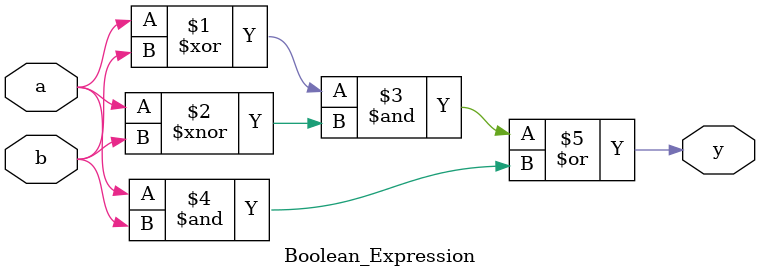
<source format=v>
`timescale 1ns / 1ps


module Boolean_Expression(
    input a, b,
    output y
    );
   //Architecture Definition

assign y = (a ^ b) & (a ~^ b) | (a & b);
    
//assign y = a & b; // Behavioural Approach for Module Definition 

// and ul(y,a,b); //Structutral Approach for Module Definition

//Examples: `       | - OR
//                  - - NOT
//                  ^ - XOR
//                  ~^ - XNOR
//                  ~| - NOR
//                  ~& - NAND        
endmodule

</source>
